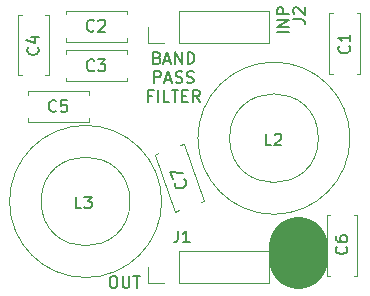
<source format=gbr>
%TF.GenerationSoftware,KiCad,Pcbnew,(6.0.11)*%
%TF.CreationDate,2023-02-05T17:00:42-06:00*%
%TF.ProjectId,SerialResonantFilter,53657269-616c-4526-9573-6f6e616e7446,rev?*%
%TF.SameCoordinates,Original*%
%TF.FileFunction,Legend,Top*%
%TF.FilePolarity,Positive*%
%FSLAX46Y46*%
G04 Gerber Fmt 4.6, Leading zero omitted, Abs format (unit mm)*
G04 Created by KiCad (PCBNEW (6.0.11)) date 2023-02-05 17:00:42*
%MOMM*%
%LPD*%
G01*
G04 APERTURE LIST*
%ADD10C,0.150000*%
%ADD11C,5.000000*%
%ADD12C,0.120000*%
G04 APERTURE END LIST*
D10*
X141713333Y-101452380D02*
X141237142Y-101452380D01*
X141237142Y-100452380D01*
X141999047Y-100547619D02*
X142046666Y-100500000D01*
X142141904Y-100452380D01*
X142380000Y-100452380D01*
X142475238Y-100500000D01*
X142522857Y-100547619D01*
X142570476Y-100642857D01*
X142570476Y-100738095D01*
X142522857Y-100880952D01*
X141951428Y-101452380D01*
X142570476Y-101452380D01*
X125643333Y-106792380D02*
X125167142Y-106792380D01*
X125167142Y-105792380D01*
X125881428Y-105792380D02*
X126500476Y-105792380D01*
X126167142Y-106173333D01*
X126310000Y-106173333D01*
X126405238Y-106220952D01*
X126452857Y-106268571D01*
X126500476Y-106363809D01*
X126500476Y-106601904D01*
X126452857Y-106697142D01*
X126405238Y-106744761D01*
X126310000Y-106792380D01*
X126024285Y-106792380D01*
X125929047Y-106744761D01*
X125881428Y-106697142D01*
D11*
X143954500Y-109982000D02*
X143954500Y-111061500D01*
D10*
X132059047Y-94038571D02*
X132201904Y-94086190D01*
X132249523Y-94133809D01*
X132297142Y-94229047D01*
X132297142Y-94371904D01*
X132249523Y-94467142D01*
X132201904Y-94514761D01*
X132106666Y-94562380D01*
X131725714Y-94562380D01*
X131725714Y-93562380D01*
X132059047Y-93562380D01*
X132154285Y-93610000D01*
X132201904Y-93657619D01*
X132249523Y-93752857D01*
X132249523Y-93848095D01*
X132201904Y-93943333D01*
X132154285Y-93990952D01*
X132059047Y-94038571D01*
X131725714Y-94038571D01*
X132678095Y-94276666D02*
X133154285Y-94276666D01*
X132582857Y-94562380D02*
X132916190Y-93562380D01*
X133249523Y-94562380D01*
X133582857Y-94562380D02*
X133582857Y-93562380D01*
X134154285Y-94562380D01*
X134154285Y-93562380D01*
X134630476Y-94562380D02*
X134630476Y-93562380D01*
X134868571Y-93562380D01*
X135011428Y-93610000D01*
X135106666Y-93705238D01*
X135154285Y-93800476D01*
X135201904Y-93990952D01*
X135201904Y-94133809D01*
X135154285Y-94324285D01*
X135106666Y-94419523D01*
X135011428Y-94514761D01*
X134868571Y-94562380D01*
X134630476Y-94562380D01*
X131797142Y-96172380D02*
X131797142Y-95172380D01*
X132178095Y-95172380D01*
X132273333Y-95220000D01*
X132320952Y-95267619D01*
X132368571Y-95362857D01*
X132368571Y-95505714D01*
X132320952Y-95600952D01*
X132273333Y-95648571D01*
X132178095Y-95696190D01*
X131797142Y-95696190D01*
X132749523Y-95886666D02*
X133225714Y-95886666D01*
X132654285Y-96172380D02*
X132987619Y-95172380D01*
X133320952Y-96172380D01*
X133606666Y-96124761D02*
X133749523Y-96172380D01*
X133987619Y-96172380D01*
X134082857Y-96124761D01*
X134130476Y-96077142D01*
X134178095Y-95981904D01*
X134178095Y-95886666D01*
X134130476Y-95791428D01*
X134082857Y-95743809D01*
X133987619Y-95696190D01*
X133797142Y-95648571D01*
X133701904Y-95600952D01*
X133654285Y-95553333D01*
X133606666Y-95458095D01*
X133606666Y-95362857D01*
X133654285Y-95267619D01*
X133701904Y-95220000D01*
X133797142Y-95172380D01*
X134035238Y-95172380D01*
X134178095Y-95220000D01*
X134559047Y-96124761D02*
X134701904Y-96172380D01*
X134940000Y-96172380D01*
X135035238Y-96124761D01*
X135082857Y-96077142D01*
X135130476Y-95981904D01*
X135130476Y-95886666D01*
X135082857Y-95791428D01*
X135035238Y-95743809D01*
X134940000Y-95696190D01*
X134749523Y-95648571D01*
X134654285Y-95600952D01*
X134606666Y-95553333D01*
X134559047Y-95458095D01*
X134559047Y-95362857D01*
X134606666Y-95267619D01*
X134654285Y-95220000D01*
X134749523Y-95172380D01*
X134987619Y-95172380D01*
X135130476Y-95220000D01*
X131606666Y-97258571D02*
X131273333Y-97258571D01*
X131273333Y-97782380D02*
X131273333Y-96782380D01*
X131749523Y-96782380D01*
X132130476Y-97782380D02*
X132130476Y-96782380D01*
X133082857Y-97782380D02*
X132606666Y-97782380D01*
X132606666Y-96782380D01*
X133273333Y-96782380D02*
X133844761Y-96782380D01*
X133559047Y-97782380D02*
X133559047Y-96782380D01*
X134178095Y-97258571D02*
X134511428Y-97258571D01*
X134654285Y-97782380D02*
X134178095Y-97782380D01*
X134178095Y-96782380D01*
X134654285Y-96782380D01*
X135654285Y-97782380D02*
X135320952Y-97306190D01*
X135082857Y-97782380D02*
X135082857Y-96782380D01*
X135463809Y-96782380D01*
X135559047Y-96830000D01*
X135606666Y-96877619D01*
X135654285Y-96972857D01*
X135654285Y-97115714D01*
X135606666Y-97210952D01*
X135559047Y-97258571D01*
X135463809Y-97306190D01*
X135082857Y-97306190D01*
X143192380Y-91873809D02*
X142192380Y-91873809D01*
X143192380Y-91397619D02*
X142192380Y-91397619D01*
X143192380Y-90826190D01*
X142192380Y-90826190D01*
X143192380Y-90350000D02*
X142192380Y-90350000D01*
X142192380Y-89969047D01*
X142240000Y-89873809D01*
X142287619Y-89826190D01*
X142382857Y-89778571D01*
X142525714Y-89778571D01*
X142620952Y-89826190D01*
X142668571Y-89873809D01*
X142716190Y-89969047D01*
X142716190Y-90350000D01*
X128260000Y-112532380D02*
X128450476Y-112532380D01*
X128545714Y-112580000D01*
X128640952Y-112675238D01*
X128688571Y-112865714D01*
X128688571Y-113199047D01*
X128640952Y-113389523D01*
X128545714Y-113484761D01*
X128450476Y-113532380D01*
X128260000Y-113532380D01*
X128164761Y-113484761D01*
X128069523Y-113389523D01*
X128021904Y-113199047D01*
X128021904Y-112865714D01*
X128069523Y-112675238D01*
X128164761Y-112580000D01*
X128260000Y-112532380D01*
X129117142Y-112532380D02*
X129117142Y-113341904D01*
X129164761Y-113437142D01*
X129212380Y-113484761D01*
X129307619Y-113532380D01*
X129498095Y-113532380D01*
X129593333Y-113484761D01*
X129640952Y-113437142D01*
X129688571Y-113341904D01*
X129688571Y-112532380D01*
X130021904Y-112532380D02*
X130593333Y-112532380D01*
X130307619Y-113532380D02*
X130307619Y-112532380D01*
%TO.C,C1*%
X148297142Y-93036666D02*
X148344761Y-93084285D01*
X148392380Y-93227142D01*
X148392380Y-93322380D01*
X148344761Y-93465238D01*
X148249523Y-93560476D01*
X148154285Y-93608095D01*
X147963809Y-93655714D01*
X147820952Y-93655714D01*
X147630476Y-93608095D01*
X147535238Y-93560476D01*
X147440000Y-93465238D01*
X147392380Y-93322380D01*
X147392380Y-93227142D01*
X147440000Y-93084285D01*
X147487619Y-93036666D01*
X148392380Y-92084285D02*
X148392380Y-92655714D01*
X148392380Y-92370000D02*
X147392380Y-92370000D01*
X147535238Y-92465238D01*
X147630476Y-92560476D01*
X147678095Y-92655714D01*
%TO.C,C2*%
X126693333Y-91717142D02*
X126645714Y-91764761D01*
X126502857Y-91812380D01*
X126407619Y-91812380D01*
X126264761Y-91764761D01*
X126169523Y-91669523D01*
X126121904Y-91574285D01*
X126074285Y-91383809D01*
X126074285Y-91240952D01*
X126121904Y-91050476D01*
X126169523Y-90955238D01*
X126264761Y-90860000D01*
X126407619Y-90812380D01*
X126502857Y-90812380D01*
X126645714Y-90860000D01*
X126693333Y-90907619D01*
X127074285Y-90907619D02*
X127121904Y-90860000D01*
X127217142Y-90812380D01*
X127455238Y-90812380D01*
X127550476Y-90860000D01*
X127598095Y-90907619D01*
X127645714Y-91002857D01*
X127645714Y-91098095D01*
X127598095Y-91240952D01*
X127026666Y-91812380D01*
X127645714Y-91812380D01*
%TO.C,C3*%
X126713333Y-95077142D02*
X126665714Y-95124761D01*
X126522857Y-95172380D01*
X126427619Y-95172380D01*
X126284761Y-95124761D01*
X126189523Y-95029523D01*
X126141904Y-94934285D01*
X126094285Y-94743809D01*
X126094285Y-94600952D01*
X126141904Y-94410476D01*
X126189523Y-94315238D01*
X126284761Y-94220000D01*
X126427619Y-94172380D01*
X126522857Y-94172380D01*
X126665714Y-94220000D01*
X126713333Y-94267619D01*
X127046666Y-94172380D02*
X127665714Y-94172380D01*
X127332380Y-94553333D01*
X127475238Y-94553333D01*
X127570476Y-94600952D01*
X127618095Y-94648571D01*
X127665714Y-94743809D01*
X127665714Y-94981904D01*
X127618095Y-95077142D01*
X127570476Y-95124761D01*
X127475238Y-95172380D01*
X127189523Y-95172380D01*
X127094285Y-95124761D01*
X127046666Y-95077142D01*
%TO.C,C4*%
X121937142Y-93156666D02*
X121984761Y-93204285D01*
X122032380Y-93347142D01*
X122032380Y-93442380D01*
X121984761Y-93585238D01*
X121889523Y-93680476D01*
X121794285Y-93728095D01*
X121603809Y-93775714D01*
X121460952Y-93775714D01*
X121270476Y-93728095D01*
X121175238Y-93680476D01*
X121080000Y-93585238D01*
X121032380Y-93442380D01*
X121032380Y-93347142D01*
X121080000Y-93204285D01*
X121127619Y-93156666D01*
X121365714Y-92299523D02*
X122032380Y-92299523D01*
X120984761Y-92537619D02*
X121699047Y-92775714D01*
X121699047Y-92156666D01*
%TO.C,C5*%
X123493333Y-98537142D02*
X123445714Y-98584761D01*
X123302857Y-98632380D01*
X123207619Y-98632380D01*
X123064761Y-98584761D01*
X122969523Y-98489523D01*
X122921904Y-98394285D01*
X122874285Y-98203809D01*
X122874285Y-98060952D01*
X122921904Y-97870476D01*
X122969523Y-97775238D01*
X123064761Y-97680000D01*
X123207619Y-97632380D01*
X123302857Y-97632380D01*
X123445714Y-97680000D01*
X123493333Y-97727619D01*
X124398095Y-97632380D02*
X123921904Y-97632380D01*
X123874285Y-98108571D01*
X123921904Y-98060952D01*
X124017142Y-98013333D01*
X124255238Y-98013333D01*
X124350476Y-98060952D01*
X124398095Y-98108571D01*
X124445714Y-98203809D01*
X124445714Y-98441904D01*
X124398095Y-98537142D01*
X124350476Y-98584761D01*
X124255238Y-98632380D01*
X124017142Y-98632380D01*
X123921904Y-98584761D01*
X123874285Y-98537142D01*
%TO.C,C6*%
X148065142Y-110020666D02*
X148112761Y-110068285D01*
X148160380Y-110211142D01*
X148160380Y-110306380D01*
X148112761Y-110449238D01*
X148017523Y-110544476D01*
X147922285Y-110592095D01*
X147731809Y-110639714D01*
X147588952Y-110639714D01*
X147398476Y-110592095D01*
X147303238Y-110544476D01*
X147208000Y-110449238D01*
X147160380Y-110306380D01*
X147160380Y-110211142D01*
X147208000Y-110068285D01*
X147255619Y-110020666D01*
X147160380Y-109163523D02*
X147160380Y-109354000D01*
X147208000Y-109449238D01*
X147255619Y-109496857D01*
X147398476Y-109592095D01*
X147588952Y-109639714D01*
X147969904Y-109639714D01*
X148065142Y-109592095D01*
X148112761Y-109544476D01*
X148160380Y-109449238D01*
X148160380Y-109258761D01*
X148112761Y-109163523D01*
X148065142Y-109115904D01*
X147969904Y-109068285D01*
X147731809Y-109068285D01*
X147636571Y-109115904D01*
X147588952Y-109163523D01*
X147541333Y-109258761D01*
X147541333Y-109449238D01*
X147588952Y-109544476D01*
X147636571Y-109592095D01*
X147731809Y-109639714D01*
%TO.C,J1*%
X133816666Y-108672380D02*
X133816666Y-109386666D01*
X133769047Y-109529523D01*
X133673809Y-109624761D01*
X133530952Y-109672380D01*
X133435714Y-109672380D01*
X134816666Y-109672380D02*
X134245238Y-109672380D01*
X134530952Y-109672380D02*
X134530952Y-108672380D01*
X134435714Y-108815238D01*
X134340476Y-108910476D01*
X134245238Y-108958095D01*
%TO.C,J2*%
X143552380Y-90763333D02*
X144266666Y-90763333D01*
X144409523Y-90810952D01*
X144504761Y-90906190D01*
X144552380Y-91049047D01*
X144552380Y-91144285D01*
X143647619Y-90334761D02*
X143600000Y-90287142D01*
X143552380Y-90191904D01*
X143552380Y-89953809D01*
X143600000Y-89858571D01*
X143647619Y-89810952D01*
X143742857Y-89763333D01*
X143838095Y-89763333D01*
X143980952Y-89810952D01*
X144552380Y-90382380D01*
X144552380Y-89763333D01*
%TO.C,C7*%
X134319337Y-104331683D02*
X134380371Y-104360143D01*
X134473979Y-104478099D01*
X134506552Y-104567593D01*
X134510665Y-104718122D01*
X134453744Y-104840190D01*
X134380536Y-104917510D01*
X134217833Y-105027404D01*
X134083591Y-105076264D01*
X133888316Y-105096664D01*
X133782534Y-105084490D01*
X133660467Y-105027568D01*
X133566859Y-104909613D01*
X133534286Y-104820119D01*
X133530173Y-104669590D01*
X133558634Y-104608556D01*
X133355133Y-104327899D02*
X133127119Y-103701437D01*
X134213392Y-103762142D01*
D12*
%TO.C,L3*%
X132430000Y-106200254D02*
G75*
G03*
X132430000Y-106200254I-6440000J0D01*
G01*
X129748100Y-106200254D02*
G75*
G03*
X129748100Y-106200254I-3758100J0D01*
G01*
%TO.C,C1*%
X149250000Y-90270000D02*
X149250000Y-95390000D01*
X146630000Y-90270000D02*
X146630000Y-95390000D01*
X149250000Y-90270000D02*
X148936000Y-90270000D01*
X146944000Y-90270000D02*
X146630000Y-90270000D01*
X149250000Y-95390000D02*
X148936000Y-95390000D01*
X146944000Y-95390000D02*
X146630000Y-95390000D01*
%TO.C,C2*%
X129460000Y-92670000D02*
X124340000Y-92670000D01*
X129460000Y-90050000D02*
X124340000Y-90050000D01*
X129460000Y-92670000D02*
X129460000Y-92356000D01*
X129460000Y-90364000D02*
X129460000Y-90050000D01*
X124340000Y-92670000D02*
X124340000Y-92356000D01*
X124340000Y-90364000D02*
X124340000Y-90050000D01*
%TO.C,C3*%
X129480000Y-96030000D02*
X124360000Y-96030000D01*
X129480000Y-93410000D02*
X124360000Y-93410000D01*
X129480000Y-96030000D02*
X129480000Y-95716000D01*
X129480000Y-93724000D02*
X129480000Y-93410000D01*
X124360000Y-96030000D02*
X124360000Y-95716000D01*
X124360000Y-93724000D02*
X124360000Y-93410000D01*
%TO.C,C4*%
X122890000Y-90390000D02*
X122890000Y-95510000D01*
X120270000Y-90390000D02*
X120270000Y-95510000D01*
X122890000Y-90390000D02*
X122576000Y-90390000D01*
X120584000Y-90390000D02*
X120270000Y-90390000D01*
X122890000Y-95510000D02*
X122576000Y-95510000D01*
X120584000Y-95510000D02*
X120270000Y-95510000D01*
%TO.C,C5*%
X126260000Y-99490000D02*
X121140000Y-99490000D01*
X126260000Y-96870000D02*
X121140000Y-96870000D01*
X126260000Y-99490000D02*
X126260000Y-99176000D01*
X126260000Y-97184000D02*
X126260000Y-96870000D01*
X121140000Y-99490000D02*
X121140000Y-99176000D01*
X121140000Y-97184000D02*
X121140000Y-96870000D01*
%TO.C,C6*%
X149011000Y-107382000D02*
X149011000Y-112502000D01*
X146391000Y-107382000D02*
X146391000Y-112502000D01*
X149011000Y-107382000D02*
X148697000Y-107382000D01*
X146705000Y-107382000D02*
X146391000Y-107382000D01*
X149011000Y-112502000D02*
X148697000Y-112502000D01*
X146705000Y-112502000D02*
X146391000Y-112502000D01*
%TO.C,L2*%
X148377811Y-100845258D02*
G75*
G03*
X148377811Y-100845258I-6440001J0D01*
G01*
X145695910Y-100845258D02*
G75*
G03*
X145695910Y-100845258I-3758100J0D01*
G01*
%TO.C,J1*%
X141538000Y-113090000D02*
X141538000Y-110430000D01*
X133858000Y-113090000D02*
X141538000Y-113090000D01*
X133858000Y-110430000D02*
X141538000Y-110430000D01*
X133858000Y-113090000D02*
X133858000Y-110430000D01*
X132588000Y-113090000D02*
X131258000Y-113090000D01*
X131258000Y-113090000D02*
X131258000Y-111760000D01*
%TO.C,J2*%
X141538000Y-92770000D02*
X141538000Y-90110000D01*
X133858000Y-92770000D02*
X141538000Y-92770000D01*
X133858000Y-90110000D02*
X141538000Y-90110000D01*
X133858000Y-92770000D02*
X133858000Y-90110000D01*
X132588000Y-92770000D02*
X131258000Y-92770000D01*
X131258000Y-92770000D02*
X131258000Y-91440000D01*
%TO.C,C7*%
X134306476Y-101349572D02*
X136057619Y-106160798D01*
X131844481Y-102245665D02*
X133595625Y-107056891D01*
X134306476Y-101349572D02*
X134011413Y-101456966D01*
X132139545Y-102138271D02*
X131844481Y-102245665D01*
X136057619Y-106160798D02*
X135762556Y-106268193D01*
X133890688Y-106949497D02*
X133595625Y-107056891D01*
%TD*%
M02*

</source>
